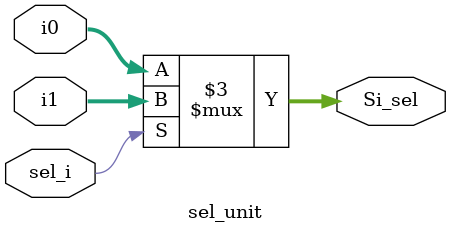
<source format=v>
`timescale 1ns / 1ps
module sel_unit(Si_sel,i0,i1,sel_i
    );
output reg [3:0] Si_sel;
input [3:0] i0,i1;
input sel_i;

always@(i0,i1,sel_i)
begin
if(sel_i)
Si_sel=i1;
else
Si_sel=i0;
end

endmodule

</source>
